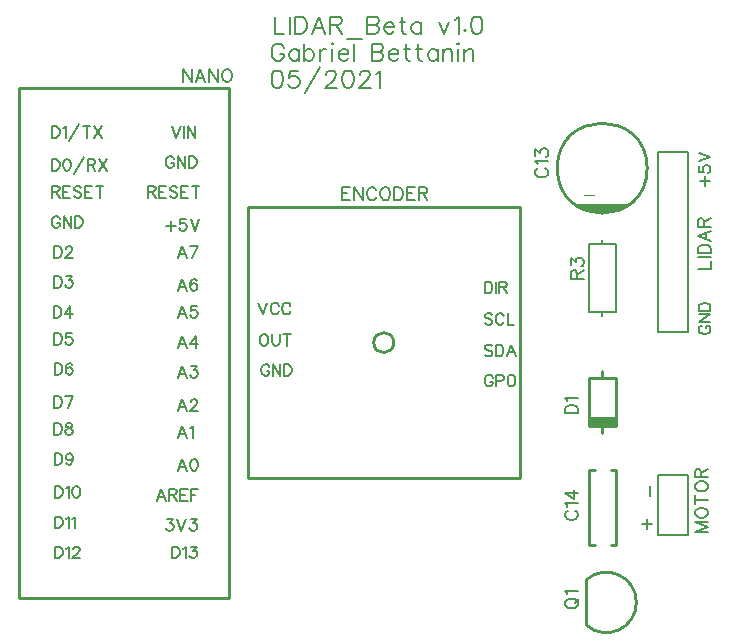
<source format=gto>
G04 Layer: TopSilkLayer*
G04 EasyEDA v6.4.19.5, 2021-05-28T08:08:18--3:00*
G04 c9b473d587b343d0a851897dfaf33f8f,59636247558045d2802cba280e4ac9d9,10*
G04 Gerber Generator version 0.2*
G04 Scale: 100 percent, Rotated: No, Reflected: No *
G04 Dimensions in millimeters *
G04 leading zeros omitted , absolute positions ,4 integer and 5 decimal *
%FSLAX45Y45*%
%MOMM*%

%ADD10C,0.2540*%
%ADD19C,0.2007*%
%ADD20C,0.1501*%
%ADD21C,0.2286*%
%ADD22C,0.2032*%
%ADD23C,0.2030*%
%ADD24C,0.1016*%

%LPD*%
D22*
X2091690Y5303786D02*
G01*
X2070861Y5296928D01*
X2056891Y5276100D01*
X2050034Y5241556D01*
X2050034Y5220728D01*
X2056891Y5185930D01*
X2070861Y5165356D01*
X2091690Y5158244D01*
X2105406Y5158244D01*
X2126234Y5165356D01*
X2139950Y5185930D01*
X2147061Y5220728D01*
X2147061Y5241556D01*
X2139950Y5276100D01*
X2126234Y5296928D01*
X2105406Y5303786D01*
X2091690Y5303786D01*
X2275840Y5303786D02*
G01*
X2206497Y5303786D01*
X2199640Y5241556D01*
X2206497Y5248414D01*
X2227325Y5255272D01*
X2248154Y5255272D01*
X2268981Y5248414D01*
X2282697Y5234444D01*
X2289809Y5213616D01*
X2289809Y5199900D01*
X2282697Y5179072D01*
X2268981Y5165356D01*
X2248154Y5158244D01*
X2227325Y5158244D01*
X2206497Y5165356D01*
X2199640Y5172214D01*
X2192781Y5185930D01*
X2459990Y5331472D02*
G01*
X2335529Y5109730D01*
X2512822Y5269242D02*
G01*
X2512822Y5276100D01*
X2519679Y5289816D01*
X2526538Y5296928D01*
X2540508Y5303786D01*
X2568193Y5303786D01*
X2581909Y5296928D01*
X2589022Y5289816D01*
X2595879Y5276100D01*
X2595879Y5262130D01*
X2589022Y5248414D01*
X2575052Y5227586D01*
X2505709Y5158244D01*
X2602738Y5158244D01*
X2690113Y5303786D02*
G01*
X2669286Y5296928D01*
X2655570Y5276100D01*
X2648458Y5241556D01*
X2648458Y5220728D01*
X2655570Y5185930D01*
X2669286Y5165356D01*
X2690113Y5158244D01*
X2703829Y5158244D01*
X2724658Y5165356D01*
X2738627Y5185930D01*
X2745486Y5220728D01*
X2745486Y5241556D01*
X2738627Y5276100D01*
X2724658Y5296928D01*
X2703829Y5303786D01*
X2690113Y5303786D01*
X2798063Y5269242D02*
G01*
X2798063Y5276100D01*
X2805175Y5289816D01*
X2812034Y5296928D01*
X2825750Y5303786D01*
X2853690Y5303786D01*
X2867406Y5296928D01*
X2874263Y5289816D01*
X2881375Y5276100D01*
X2881375Y5262130D01*
X2874263Y5248414D01*
X2860547Y5227586D01*
X2791206Y5158244D01*
X2888234Y5158244D01*
X2933954Y5276100D02*
G01*
X2947670Y5282958D01*
X2968497Y5303786D01*
X2968497Y5158244D01*
X2153886Y5497725D02*
G01*
X2147028Y5511695D01*
X2133058Y5525411D01*
X2119342Y5532269D01*
X2091656Y5532269D01*
X2077686Y5525411D01*
X2063970Y5511695D01*
X2056858Y5497725D01*
X2050000Y5476897D01*
X2050000Y5442353D01*
X2056858Y5421525D01*
X2063970Y5407809D01*
X2077686Y5393839D01*
X2091656Y5386981D01*
X2119342Y5386981D01*
X2133058Y5393839D01*
X2147028Y5407809D01*
X2153886Y5421525D01*
X2153886Y5442353D01*
X2119342Y5442353D02*
G01*
X2153886Y5442353D01*
X2282664Y5484009D02*
G01*
X2282664Y5386981D01*
X2282664Y5463181D02*
G01*
X2268948Y5476897D01*
X2254978Y5484009D01*
X2234150Y5484009D01*
X2220434Y5476897D01*
X2206464Y5463181D01*
X2199606Y5442353D01*
X2199606Y5428383D01*
X2206464Y5407809D01*
X2220434Y5393839D01*
X2234150Y5386981D01*
X2254978Y5386981D01*
X2268948Y5393839D01*
X2282664Y5407809D01*
X2328384Y5532269D02*
G01*
X2328384Y5386981D01*
X2328384Y5463181D02*
G01*
X2342354Y5476897D01*
X2356070Y5484009D01*
X2376898Y5484009D01*
X2390868Y5476897D01*
X2404584Y5463181D01*
X2411696Y5442353D01*
X2411696Y5428383D01*
X2404584Y5407809D01*
X2390868Y5393839D01*
X2376898Y5386981D01*
X2356070Y5386981D01*
X2342354Y5393839D01*
X2328384Y5407809D01*
X2457416Y5484009D02*
G01*
X2457416Y5386981D01*
X2457416Y5442353D02*
G01*
X2464274Y5463181D01*
X2477990Y5476897D01*
X2491960Y5484009D01*
X2512788Y5484009D01*
X2558508Y5532269D02*
G01*
X2565366Y5525411D01*
X2572224Y5532269D01*
X2565366Y5539381D01*
X2558508Y5532269D01*
X2565366Y5484009D02*
G01*
X2565366Y5386981D01*
X2617944Y5442353D02*
G01*
X2701256Y5442353D01*
X2701256Y5456069D01*
X2694144Y5470039D01*
X2687286Y5476897D01*
X2673570Y5484009D01*
X2652742Y5484009D01*
X2638772Y5476897D01*
X2625056Y5463181D01*
X2617944Y5442353D01*
X2617944Y5428383D01*
X2625056Y5407809D01*
X2638772Y5393839D01*
X2652742Y5386981D01*
X2673570Y5386981D01*
X2687286Y5393839D01*
X2701256Y5407809D01*
X2746976Y5532269D02*
G01*
X2746976Y5386981D01*
X2899376Y5532269D02*
G01*
X2899376Y5386981D01*
X2899376Y5532269D02*
G01*
X2961606Y5532269D01*
X2982434Y5525411D01*
X2989292Y5518553D01*
X2996150Y5504583D01*
X2996150Y5490867D01*
X2989292Y5476897D01*
X2982434Y5470039D01*
X2961606Y5463181D01*
X2899376Y5463181D02*
G01*
X2961606Y5463181D01*
X2982434Y5456069D01*
X2989292Y5449211D01*
X2996150Y5435495D01*
X2996150Y5414667D01*
X2989292Y5400697D01*
X2982434Y5393839D01*
X2961606Y5386981D01*
X2899376Y5386981D01*
X3041870Y5442353D02*
G01*
X3125182Y5442353D01*
X3125182Y5456069D01*
X3118070Y5470039D01*
X3111212Y5476897D01*
X3097496Y5484009D01*
X3076668Y5484009D01*
X3062698Y5476897D01*
X3048982Y5463181D01*
X3041870Y5442353D01*
X3041870Y5428383D01*
X3048982Y5407809D01*
X3062698Y5393839D01*
X3076668Y5386981D01*
X3097496Y5386981D01*
X3111212Y5393839D01*
X3125182Y5407809D01*
X3191730Y5532269D02*
G01*
X3191730Y5414667D01*
X3198588Y5393839D01*
X3212304Y5386981D01*
X3226274Y5386981D01*
X3170902Y5484009D02*
G01*
X3219416Y5484009D01*
X3292822Y5532269D02*
G01*
X3292822Y5414667D01*
X3299680Y5393839D01*
X3313650Y5386981D01*
X3327366Y5386981D01*
X3271994Y5484009D02*
G01*
X3320508Y5484009D01*
X3456144Y5484009D02*
G01*
X3456144Y5386981D01*
X3456144Y5463181D02*
G01*
X3442428Y5476897D01*
X3428458Y5484009D01*
X3407630Y5484009D01*
X3393914Y5476897D01*
X3379944Y5463181D01*
X3373086Y5442353D01*
X3373086Y5428383D01*
X3379944Y5407809D01*
X3393914Y5393839D01*
X3407630Y5386981D01*
X3428458Y5386981D01*
X3442428Y5393839D01*
X3456144Y5407809D01*
X3501864Y5484009D02*
G01*
X3501864Y5386981D01*
X3501864Y5456069D02*
G01*
X3522692Y5476897D01*
X3536662Y5484009D01*
X3557490Y5484009D01*
X3571206Y5476897D01*
X3578064Y5456069D01*
X3578064Y5386981D01*
X3623784Y5532269D02*
G01*
X3630896Y5525411D01*
X3637754Y5532269D01*
X3630896Y5539381D01*
X3623784Y5532269D01*
X3630896Y5484009D02*
G01*
X3630896Y5386981D01*
X3683474Y5484009D02*
G01*
X3683474Y5386981D01*
X3683474Y5456069D02*
G01*
X3704302Y5476897D01*
X3718018Y5484009D01*
X3738846Y5484009D01*
X3752816Y5476897D01*
X3759674Y5456069D01*
X3759674Y5386981D01*
X2075434Y5760986D02*
G01*
X2075434Y5615444D01*
X2075434Y5615444D02*
G01*
X2158491Y5615444D01*
X2204211Y5760986D02*
G01*
X2204211Y5615444D01*
X2249931Y5760986D02*
G01*
X2249931Y5615444D01*
X2249931Y5760986D02*
G01*
X2298445Y5760986D01*
X2319274Y5754128D01*
X2332990Y5740158D01*
X2340102Y5726442D01*
X2346959Y5705614D01*
X2346959Y5670816D01*
X2340102Y5650242D01*
X2332990Y5636272D01*
X2319274Y5622556D01*
X2298445Y5615444D01*
X2249931Y5615444D01*
X2448052Y5760986D02*
G01*
X2392679Y5615444D01*
X2448052Y5760986D02*
G01*
X2503424Y5615444D01*
X2413508Y5663958D02*
G01*
X2482850Y5663958D01*
X2549143Y5760986D02*
G01*
X2549143Y5615444D01*
X2549143Y5760986D02*
G01*
X2611627Y5760986D01*
X2632456Y5754128D01*
X2639313Y5747016D01*
X2646172Y5733300D01*
X2646172Y5719330D01*
X2639313Y5705614D01*
X2632456Y5698756D01*
X2611627Y5691644D01*
X2549143Y5691644D01*
X2597658Y5691644D02*
G01*
X2646172Y5615444D01*
X2691891Y5566930D02*
G01*
X2816606Y5566930D01*
X2862325Y5760986D02*
G01*
X2862325Y5615444D01*
X2862325Y5760986D02*
G01*
X2924809Y5760986D01*
X2945384Y5754128D01*
X2952495Y5747016D01*
X2959354Y5733300D01*
X2959354Y5719330D01*
X2952495Y5705614D01*
X2945384Y5698756D01*
X2924809Y5691644D01*
X2862325Y5691644D02*
G01*
X2924809Y5691644D01*
X2945384Y5684786D01*
X2952495Y5677928D01*
X2959354Y5663958D01*
X2959354Y5643130D01*
X2952495Y5629414D01*
X2945384Y5622556D01*
X2924809Y5615444D01*
X2862325Y5615444D01*
X3005074Y5670816D02*
G01*
X3088131Y5670816D01*
X3088131Y5684786D01*
X3081274Y5698756D01*
X3074415Y5705614D01*
X3060445Y5712472D01*
X3039618Y5712472D01*
X3025902Y5705614D01*
X3011931Y5691644D01*
X3005074Y5670816D01*
X3005074Y5657100D01*
X3011931Y5636272D01*
X3025902Y5622556D01*
X3039618Y5615444D01*
X3060445Y5615444D01*
X3074415Y5622556D01*
X3088131Y5636272D01*
X3154679Y5760986D02*
G01*
X3154679Y5643130D01*
X3161538Y5622556D01*
X3175508Y5615444D01*
X3189224Y5615444D01*
X3133852Y5712472D02*
G01*
X3182365Y5712472D01*
X3318256Y5712472D02*
G01*
X3318256Y5615444D01*
X3318256Y5691644D02*
G01*
X3304286Y5705614D01*
X3290570Y5712472D01*
X3269741Y5712472D01*
X3255772Y5705614D01*
X3242056Y5691644D01*
X3234943Y5670816D01*
X3234943Y5657100D01*
X3242056Y5636272D01*
X3255772Y5622556D01*
X3269741Y5615444D01*
X3290570Y5615444D01*
X3304286Y5622556D01*
X3318256Y5636272D01*
X3470656Y5712472D02*
G01*
X3512058Y5615444D01*
X3553713Y5712472D02*
G01*
X3512058Y5615444D01*
X3599434Y5733300D02*
G01*
X3613150Y5740158D01*
X3633977Y5760986D01*
X3633977Y5615444D01*
X3686809Y5650242D02*
G01*
X3679697Y5643130D01*
X3686809Y5636272D01*
X3693668Y5643130D01*
X3686809Y5650242D01*
X3780790Y5760986D02*
G01*
X3760215Y5754128D01*
X3746245Y5733300D01*
X3739388Y5698756D01*
X3739388Y5677928D01*
X3746245Y5643130D01*
X3760215Y5622556D01*
X3780790Y5615444D01*
X3794759Y5615444D01*
X3815588Y5622556D01*
X3829304Y5643130D01*
X3836415Y5677928D01*
X3836415Y5698756D01*
X3829304Y5733300D01*
X3815588Y5754128D01*
X3794759Y5760986D01*
X3780790Y5760986D01*
X5252874Y1699889D02*
G01*
X5252874Y1783201D01*
X5691543Y3144641D02*
G01*
X5682145Y3140069D01*
X5673001Y3130671D01*
X5668429Y3121527D01*
X5668429Y3102985D01*
X5673001Y3093841D01*
X5682145Y3084443D01*
X5691543Y3079871D01*
X5705259Y3075299D01*
X5728373Y3075299D01*
X5742343Y3079871D01*
X5751487Y3084443D01*
X5760631Y3093841D01*
X5765457Y3102985D01*
X5765457Y3121527D01*
X5760631Y3130671D01*
X5751487Y3140069D01*
X5742343Y3144641D01*
X5728373Y3144641D01*
X5728373Y3121527D02*
G01*
X5728373Y3144641D01*
X5668429Y3175121D02*
G01*
X5765457Y3175121D01*
X5668429Y3175121D02*
G01*
X5765457Y3239637D01*
X5668429Y3239637D02*
G01*
X5765457Y3239637D01*
X5668429Y3270117D02*
G01*
X5765457Y3270117D01*
X5668429Y3270117D02*
G01*
X5668429Y3302629D01*
X5673001Y3316345D01*
X5682145Y3325489D01*
X5691543Y3330315D01*
X5705259Y3334887D01*
X5728373Y3334887D01*
X5742343Y3330315D01*
X5751487Y3325489D01*
X5760631Y3316345D01*
X5765457Y3302629D01*
X5765457Y3270117D01*
X5185069Y1466883D02*
G01*
X5268381Y1466883D01*
X5226725Y1425227D02*
G01*
X5226725Y1508539D01*
X5682145Y4366955D02*
G01*
X5765457Y4366955D01*
X5723801Y4325299D02*
G01*
X5723801Y4408357D01*
X5668429Y4494209D02*
G01*
X5668429Y4448235D01*
X5709831Y4443409D01*
X5705259Y4448235D01*
X5700687Y4461951D01*
X5700687Y4475921D01*
X5705259Y4489637D01*
X5714657Y4499035D01*
X5728373Y4503607D01*
X5737771Y4503607D01*
X5751487Y4499035D01*
X5760631Y4489637D01*
X5765457Y4475921D01*
X5765457Y4461951D01*
X5760631Y4448235D01*
X5756059Y4443409D01*
X5746915Y4438837D01*
X5668429Y4534087D02*
G01*
X5765457Y4570917D01*
X5668429Y4608001D02*
G01*
X5765457Y4570917D01*
D23*
X5658462Y3625225D02*
G01*
X5767428Y3625225D01*
X5767428Y3625225D02*
G01*
X5767428Y3687709D01*
X5658462Y3721999D02*
G01*
X5767428Y3721999D01*
X5658462Y3756289D02*
G01*
X5767428Y3756289D01*
X5658462Y3756289D02*
G01*
X5658462Y3792611D01*
X5663542Y3808105D01*
X5673956Y3818519D01*
X5684370Y3823853D01*
X5699864Y3828933D01*
X5726026Y3828933D01*
X5741520Y3823853D01*
X5751934Y3818519D01*
X5762348Y3808105D01*
X5767428Y3792611D01*
X5767428Y3756289D01*
X5658462Y3904879D02*
G01*
X5767428Y3863223D01*
X5658462Y3904879D02*
G01*
X5767428Y3946535D01*
X5731106Y3878971D02*
G01*
X5731106Y3930787D01*
X5658462Y3980825D02*
G01*
X5767428Y3980825D01*
X5658462Y3980825D02*
G01*
X5658462Y4027561D01*
X5663542Y4043055D01*
X5668876Y4048135D01*
X5679290Y4053469D01*
X5689450Y4053469D01*
X5699864Y4048135D01*
X5705198Y4043055D01*
X5710278Y4027561D01*
X5710278Y3980825D01*
X5710278Y4017147D02*
G01*
X5767428Y4053469D01*
X5634525Y1399854D02*
G01*
X5743745Y1399854D01*
X5634525Y1399854D02*
G01*
X5743745Y1441510D01*
X5634525Y1483166D02*
G01*
X5743745Y1441510D01*
X5634525Y1483166D02*
G01*
X5743745Y1483166D01*
X5634525Y1548444D02*
G01*
X5639859Y1538284D01*
X5650273Y1527870D01*
X5660687Y1522536D01*
X5676181Y1517456D01*
X5702089Y1517456D01*
X5717837Y1522536D01*
X5727997Y1527870D01*
X5738411Y1538284D01*
X5743745Y1548444D01*
X5743745Y1569272D01*
X5738411Y1579686D01*
X5727997Y1590100D01*
X5717837Y1595434D01*
X5702089Y1600514D01*
X5676181Y1600514D01*
X5660687Y1595434D01*
X5650273Y1590100D01*
X5639859Y1579686D01*
X5634525Y1569272D01*
X5634525Y1548444D01*
X5634525Y1671126D02*
G01*
X5743745Y1671126D01*
X5634525Y1634804D02*
G01*
X5634525Y1707448D01*
X5634525Y1772980D02*
G01*
X5639859Y1762566D01*
X5650273Y1752152D01*
X5660687Y1747072D01*
X5676181Y1741738D01*
X5702089Y1741738D01*
X5717837Y1747072D01*
X5727997Y1752152D01*
X5738411Y1762566D01*
X5743745Y1772980D01*
X5743745Y1793808D01*
X5738411Y1804222D01*
X5727997Y1814636D01*
X5717837Y1819716D01*
X5702089Y1825050D01*
X5676181Y1825050D01*
X5660687Y1819716D01*
X5650273Y1814636D01*
X5639859Y1804222D01*
X5634525Y1793808D01*
X5634525Y1772980D01*
X5634525Y1859340D02*
G01*
X5743745Y1859340D01*
X5634525Y1859340D02*
G01*
X5634525Y1906076D01*
X5639859Y1921570D01*
X5644939Y1926904D01*
X5655353Y1931984D01*
X5665767Y1931984D01*
X5676181Y1926904D01*
X5681261Y1921570D01*
X5686595Y1906076D01*
X5686595Y1859340D01*
X5686595Y1895662D02*
G01*
X5743745Y1931984D01*
X4310540Y4477880D02*
G01*
X4300126Y4472800D01*
X4289966Y4462386D01*
X4284632Y4451972D01*
X4284632Y4431144D01*
X4289966Y4420730D01*
X4300126Y4410316D01*
X4310540Y4405236D01*
X4326288Y4399902D01*
X4352196Y4399902D01*
X4367690Y4405236D01*
X4378104Y4410316D01*
X4388518Y4420730D01*
X4393852Y4431144D01*
X4393852Y4451972D01*
X4388518Y4462386D01*
X4378104Y4472800D01*
X4367690Y4477880D01*
X4305460Y4512170D02*
G01*
X4300126Y4522584D01*
X4284632Y4538078D01*
X4393852Y4538078D01*
X4284632Y4582782D02*
G01*
X4284632Y4639932D01*
X4326288Y4608944D01*
X4326288Y4624438D01*
X4331368Y4634852D01*
X4336702Y4639932D01*
X4352196Y4645266D01*
X4362610Y4645266D01*
X4378104Y4639932D01*
X4388518Y4629518D01*
X4393852Y4614024D01*
X4393852Y4598530D01*
X4388518Y4582782D01*
X4383438Y4577702D01*
X4373024Y4572368D01*
D24*
X4697600Y4248401D02*
G01*
X4780658Y4248401D01*
D23*
X4560709Y1577954D02*
G01*
X4550295Y1572620D01*
X4539881Y1562460D01*
X4534547Y1552046D01*
X4534547Y1531218D01*
X4539881Y1520804D01*
X4550295Y1510390D01*
X4560709Y1505310D01*
X4576203Y1499976D01*
X4602111Y1499976D01*
X4617859Y1505310D01*
X4628273Y1510390D01*
X4638687Y1520804D01*
X4643767Y1531218D01*
X4643767Y1552046D01*
X4638687Y1562460D01*
X4628273Y1572620D01*
X4617859Y1577954D01*
X4555375Y1612244D02*
G01*
X4550295Y1622658D01*
X4534547Y1638152D01*
X4643767Y1638152D01*
X4534547Y1724512D02*
G01*
X4607445Y1672442D01*
X4607445Y1750420D01*
X4534547Y1724512D02*
G01*
X4643767Y1724512D01*
X4584283Y3538999D02*
G01*
X4693249Y3538999D01*
X4584283Y3538999D02*
G01*
X4584283Y3585735D01*
X4589363Y3601229D01*
X4594697Y3606563D01*
X4605111Y3611643D01*
X4615525Y3611643D01*
X4625939Y3606563D01*
X4631019Y3601229D01*
X4636099Y3585735D01*
X4636099Y3538999D01*
X4636099Y3575321D02*
G01*
X4693249Y3611643D01*
X4584283Y3656347D02*
G01*
X4584283Y3713497D01*
X4625939Y3682509D01*
X4625939Y3698003D01*
X4631019Y3708417D01*
X4636099Y3713497D01*
X4651847Y3718831D01*
X4662261Y3718831D01*
X4677755Y3713497D01*
X4688169Y3703083D01*
X4693249Y3687589D01*
X4693249Y3672095D01*
X4688169Y3656347D01*
X4683089Y3651267D01*
X4672675Y3645933D01*
X4534684Y2400000D02*
G01*
X4643650Y2400000D01*
X4534684Y2400000D02*
G01*
X4534684Y2436322D01*
X4539764Y2452070D01*
X4550178Y2462230D01*
X4560592Y2467564D01*
X4576340Y2472644D01*
X4602248Y2472644D01*
X4617742Y2467564D01*
X4628156Y2462230D01*
X4638570Y2452070D01*
X4643650Y2436322D01*
X4643650Y2400000D01*
X4555512Y2506934D02*
G01*
X4550178Y2517348D01*
X4534684Y2533096D01*
X4643650Y2533096D01*
X4534573Y781118D02*
G01*
X4539907Y770704D01*
X4550321Y760290D01*
X4560735Y755210D01*
X4576229Y749876D01*
X4602137Y749876D01*
X4617885Y755210D01*
X4628299Y760290D01*
X4638459Y770704D01*
X4643793Y781118D01*
X4643793Y801946D01*
X4638459Y812360D01*
X4628299Y822774D01*
X4617885Y827854D01*
X4602137Y833188D01*
X4576229Y833188D01*
X4560735Y827854D01*
X4550321Y822774D01*
X4539907Y812360D01*
X4534573Y801946D01*
X4534573Y781118D01*
X4622965Y796866D02*
G01*
X4654207Y827854D01*
X4555401Y867478D02*
G01*
X4550321Y877892D01*
X4534573Y893386D01*
X4643793Y893386D01*
X2649844Y4315353D02*
G01*
X2649844Y4206387D01*
X2649844Y4315353D02*
G01*
X2717408Y4315353D01*
X2649844Y4263537D02*
G01*
X2691500Y4263537D01*
X2649844Y4206387D02*
G01*
X2717408Y4206387D01*
X2751698Y4315353D02*
G01*
X2751698Y4206387D01*
X2751698Y4315353D02*
G01*
X2824596Y4206387D01*
X2824596Y4315353D02*
G01*
X2824596Y4206387D01*
X2936864Y4289445D02*
G01*
X2931530Y4299859D01*
X2921116Y4310273D01*
X2910702Y4315353D01*
X2889874Y4315353D01*
X2879714Y4310273D01*
X2869300Y4299859D01*
X2863966Y4289445D01*
X2858886Y4273697D01*
X2858886Y4247789D01*
X2863966Y4232295D01*
X2869300Y4221881D01*
X2879714Y4211467D01*
X2889874Y4206387D01*
X2910702Y4206387D01*
X2921116Y4211467D01*
X2931530Y4221881D01*
X2936864Y4232295D01*
X3002142Y4315353D02*
G01*
X2991728Y4310273D01*
X2981314Y4299859D01*
X2976234Y4289445D01*
X2971154Y4273697D01*
X2971154Y4247789D01*
X2976234Y4232295D01*
X2981314Y4221881D01*
X2991728Y4211467D01*
X3002142Y4206387D01*
X3022970Y4206387D01*
X3033384Y4211467D01*
X3043798Y4221881D01*
X3048878Y4232295D01*
X3054212Y4247789D01*
X3054212Y4273697D01*
X3048878Y4289445D01*
X3043798Y4299859D01*
X3033384Y4310273D01*
X3022970Y4315353D01*
X3002142Y4315353D01*
X3088502Y4315353D02*
G01*
X3088502Y4206387D01*
X3088502Y4315353D02*
G01*
X3124824Y4315353D01*
X3140318Y4310273D01*
X3150732Y4299859D01*
X3156066Y4289445D01*
X3161146Y4273697D01*
X3161146Y4247789D01*
X3156066Y4232295D01*
X3150732Y4221881D01*
X3140318Y4211467D01*
X3124824Y4206387D01*
X3088502Y4206387D01*
X3195436Y4315353D02*
G01*
X3195436Y4206387D01*
X3195436Y4315353D02*
G01*
X3263000Y4315353D01*
X3195436Y4263537D02*
G01*
X3237092Y4263537D01*
X3195436Y4206387D02*
G01*
X3263000Y4206387D01*
X3297290Y4315353D02*
G01*
X3297290Y4206387D01*
X3297290Y4315353D02*
G01*
X3344026Y4315353D01*
X3359774Y4310273D01*
X3364854Y4304939D01*
X3369934Y4294525D01*
X3369934Y4284111D01*
X3364854Y4273697D01*
X3359774Y4268617D01*
X3344026Y4263537D01*
X3297290Y4263537D01*
X3333612Y4263537D02*
G01*
X3369934Y4206387D01*
D22*
X1938898Y3336437D02*
G01*
X1975220Y3240933D01*
X2011542Y3336437D02*
G01*
X1975220Y3240933D01*
X2109840Y3313831D02*
G01*
X2105268Y3322975D01*
X2096124Y3331865D01*
X2086980Y3336437D01*
X2068946Y3336437D01*
X2059802Y3331865D01*
X2050658Y3322975D01*
X2046086Y3313831D01*
X2041514Y3300115D01*
X2041514Y3277509D01*
X2046086Y3263793D01*
X2050658Y3254649D01*
X2059802Y3245505D01*
X2068946Y3240933D01*
X2086980Y3240933D01*
X2096124Y3245505D01*
X2105268Y3254649D01*
X2109840Y3263793D01*
X2207884Y3313831D02*
G01*
X2203566Y3322975D01*
X2194422Y3331865D01*
X2185278Y3336437D01*
X2166990Y3336437D01*
X2158100Y3331865D01*
X2148956Y3322975D01*
X2144384Y3313831D01*
X2139812Y3300115D01*
X2139812Y3277509D01*
X2144384Y3263793D01*
X2148956Y3254649D01*
X2158100Y3245505D01*
X2166990Y3240933D01*
X2185278Y3240933D01*
X2194422Y3245505D01*
X2203566Y3254649D01*
X2207884Y3263793D01*
X2032370Y2793131D02*
G01*
X2028052Y2802275D01*
X2018908Y2811165D01*
X2009764Y2815737D01*
X1991476Y2815737D01*
X1982586Y2811165D01*
X1973442Y2802275D01*
X1968870Y2793131D01*
X1964298Y2779415D01*
X1964298Y2756809D01*
X1968870Y2743093D01*
X1973442Y2733949D01*
X1982586Y2724805D01*
X1991476Y2720233D01*
X2009764Y2720233D01*
X2018908Y2724805D01*
X2028052Y2733949D01*
X2032370Y2743093D01*
X2032370Y2756809D01*
X2009764Y2756809D02*
G01*
X2032370Y2756809D01*
X2062596Y2815737D02*
G01*
X2062596Y2720233D01*
X2062596Y2815737D02*
G01*
X2126096Y2720233D01*
X2126096Y2815737D02*
G01*
X2126096Y2720233D01*
X2156068Y2815737D02*
G01*
X2156068Y2720233D01*
X2156068Y2815737D02*
G01*
X2187818Y2815737D01*
X2201534Y2811165D01*
X2210678Y2802275D01*
X2215250Y2793131D01*
X2219822Y2779415D01*
X2219822Y2756809D01*
X2215250Y2743093D01*
X2210678Y2733949D01*
X2201534Y2724805D01*
X2187818Y2720233D01*
X2156068Y2720233D01*
X3920352Y2967375D02*
G01*
X3911208Y2976265D01*
X3897492Y2980837D01*
X3879204Y2980837D01*
X3865742Y2976265D01*
X3856598Y2967375D01*
X3856598Y2958231D01*
X3861170Y2949087D01*
X3865742Y2944515D01*
X3874886Y2939943D01*
X3902064Y2930799D01*
X3911208Y2926481D01*
X3915780Y2921909D01*
X3920352Y2912765D01*
X3920352Y2899049D01*
X3911208Y2889905D01*
X3897492Y2885333D01*
X3879204Y2885333D01*
X3865742Y2889905D01*
X3856598Y2899049D01*
X3950324Y2980837D02*
G01*
X3950324Y2885333D01*
X3950324Y2980837D02*
G01*
X3982074Y2980837D01*
X3995790Y2976265D01*
X4004680Y2967375D01*
X4009252Y2958231D01*
X4013824Y2944515D01*
X4013824Y2921909D01*
X4009252Y2908193D01*
X4004680Y2899049D01*
X3995790Y2889905D01*
X3982074Y2885333D01*
X3950324Y2885333D01*
X4080118Y2980837D02*
G01*
X4043796Y2885333D01*
X4080118Y2980837D02*
G01*
X4116694Y2885333D01*
X4057512Y2917337D02*
G01*
X4102978Y2917337D01*
X3920352Y3234075D02*
G01*
X3911208Y3242965D01*
X3897492Y3247537D01*
X3879204Y3247537D01*
X3865742Y3242965D01*
X3856598Y3234075D01*
X3856598Y3224931D01*
X3861170Y3215787D01*
X3865742Y3211215D01*
X3874886Y3206643D01*
X3902064Y3197499D01*
X3911208Y3193181D01*
X3915780Y3188609D01*
X3920352Y3179465D01*
X3920352Y3165749D01*
X3911208Y3156605D01*
X3897492Y3152033D01*
X3879204Y3152033D01*
X3865742Y3156605D01*
X3856598Y3165749D01*
X4018396Y3224931D02*
G01*
X4013824Y3234075D01*
X4004680Y3242965D01*
X3995790Y3247537D01*
X3977502Y3247537D01*
X3968358Y3242965D01*
X3959214Y3234075D01*
X3954896Y3224931D01*
X3950324Y3211215D01*
X3950324Y3188609D01*
X3954896Y3174893D01*
X3959214Y3165749D01*
X3968358Y3156605D01*
X3977502Y3152033D01*
X3995790Y3152033D01*
X4004680Y3156605D01*
X4013824Y3165749D01*
X4018396Y3174893D01*
X4048368Y3247537D02*
G01*
X4048368Y3152033D01*
X4048368Y3152033D02*
G01*
X4102978Y3152033D01*
X1978776Y3069737D02*
G01*
X1969886Y3065165D01*
X1960742Y3056275D01*
X1956170Y3047131D01*
X1951598Y3033415D01*
X1951598Y3010809D01*
X1956170Y2997093D01*
X1960742Y2987949D01*
X1969886Y2978805D01*
X1978776Y2974233D01*
X1997064Y2974233D01*
X2006208Y2978805D01*
X2015352Y2987949D01*
X2019670Y2997093D01*
X2024242Y3010809D01*
X2024242Y3033415D01*
X2019670Y3047131D01*
X2015352Y3056275D01*
X2006208Y3065165D01*
X1997064Y3069737D01*
X1978776Y3069737D01*
X2054214Y3069737D02*
G01*
X2054214Y3001665D01*
X2058786Y2987949D01*
X2067930Y2978805D01*
X2081646Y2974233D01*
X2090790Y2974233D01*
X2104252Y2978805D01*
X2113396Y2987949D01*
X2117968Y3001665D01*
X2117968Y3069737D01*
X2179690Y3069737D02*
G01*
X2179690Y2974233D01*
X2147940Y3069737D02*
G01*
X2211694Y3069737D01*
X3924670Y2704231D02*
G01*
X3920352Y2713375D01*
X3911208Y2722265D01*
X3902064Y2726837D01*
X3883776Y2726837D01*
X3874886Y2722265D01*
X3865742Y2713375D01*
X3861170Y2704231D01*
X3856598Y2690515D01*
X3856598Y2667909D01*
X3861170Y2654193D01*
X3865742Y2645049D01*
X3874886Y2635905D01*
X3883776Y2631333D01*
X3902064Y2631333D01*
X3911208Y2635905D01*
X3920352Y2645049D01*
X3924670Y2654193D01*
X3924670Y2667909D01*
X3902064Y2667909D02*
G01*
X3924670Y2667909D01*
X3954896Y2726837D02*
G01*
X3954896Y2631333D01*
X3954896Y2726837D02*
G01*
X3995790Y2726837D01*
X4009252Y2722265D01*
X4013824Y2717693D01*
X4018396Y2708803D01*
X4018396Y2695087D01*
X4013824Y2685943D01*
X4009252Y2681371D01*
X3995790Y2676799D01*
X3954896Y2676799D01*
X4075800Y2726837D02*
G01*
X4062084Y2722265D01*
X4052940Y2708803D01*
X4048368Y2685943D01*
X4048368Y2672481D01*
X4052940Y2649621D01*
X4062084Y2635905D01*
X4075800Y2631333D01*
X4084690Y2631333D01*
X4098406Y2635905D01*
X4107550Y2649621D01*
X4112122Y2672481D01*
X4112122Y2685943D01*
X4107550Y2708803D01*
X4098406Y2722265D01*
X4084690Y2726837D01*
X4075800Y2726837D01*
X3856598Y3514237D02*
G01*
X3856598Y3418733D01*
X3856598Y3514237D02*
G01*
X3888348Y3514237D01*
X3902064Y3509665D01*
X3911208Y3500775D01*
X3915780Y3491631D01*
X3920352Y3477915D01*
X3920352Y3455309D01*
X3915780Y3441593D01*
X3911208Y3432449D01*
X3902064Y3423305D01*
X3888348Y3418733D01*
X3856598Y3418733D01*
X3950324Y3514237D02*
G01*
X3950324Y3418733D01*
X3980296Y3514237D02*
G01*
X3980296Y3418733D01*
X3980296Y3514237D02*
G01*
X4021190Y3514237D01*
X4034906Y3509665D01*
X4039224Y3505093D01*
X4043796Y3496203D01*
X4043796Y3487059D01*
X4039224Y3477915D01*
X4034906Y3473343D01*
X4021190Y3468771D01*
X3980296Y3468771D01*
X4012046Y3468771D02*
G01*
X4043796Y3418733D01*
D23*
X1300104Y5315323D02*
G01*
X1300104Y5206357D01*
X1300104Y5315323D02*
G01*
X1372748Y5206357D01*
X1372748Y5315323D02*
G01*
X1372748Y5206357D01*
X1448694Y5315323D02*
G01*
X1407038Y5206357D01*
X1448694Y5315323D02*
G01*
X1490096Y5206357D01*
X1422532Y5242679D02*
G01*
X1474602Y5242679D01*
X1524386Y5315323D02*
G01*
X1524386Y5206357D01*
X1524386Y5315323D02*
G01*
X1597284Y5206357D01*
X1597284Y5315323D02*
G01*
X1597284Y5206357D01*
X1662562Y5315323D02*
G01*
X1652148Y5310243D01*
X1641988Y5299829D01*
X1636654Y5289415D01*
X1631574Y5273667D01*
X1631574Y5247759D01*
X1636654Y5232265D01*
X1641988Y5221851D01*
X1652148Y5211437D01*
X1662562Y5206357D01*
X1683390Y5206357D01*
X1693804Y5211437D01*
X1704218Y5221851D01*
X1709298Y5232265D01*
X1714632Y5247759D01*
X1714632Y5273667D01*
X1709298Y5289415D01*
X1704218Y5299829D01*
X1693804Y5310243D01*
X1683390Y5315323D01*
X1662562Y5315323D01*
D22*
X190400Y4833371D02*
G01*
X190400Y4736343D01*
X190400Y4833371D02*
G01*
X222658Y4833371D01*
X236628Y4828799D01*
X245772Y4819655D01*
X250344Y4810257D01*
X255170Y4796541D01*
X255170Y4773427D01*
X250344Y4759457D01*
X245772Y4750313D01*
X236628Y4741169D01*
X222658Y4736343D01*
X190400Y4736343D01*
X285650Y4814829D02*
G01*
X294794Y4819655D01*
X308510Y4833371D01*
X308510Y4736343D01*
X422302Y4851913D02*
G01*
X338990Y4704085D01*
X485040Y4833371D02*
G01*
X485040Y4736343D01*
X452782Y4833371D02*
G01*
X517298Y4833371D01*
X547778Y4833371D02*
G01*
X612548Y4736343D01*
X612548Y4833371D02*
G01*
X547778Y4736343D01*
X1224942Y4556257D02*
G01*
X1220370Y4565655D01*
X1210972Y4574799D01*
X1201828Y4579371D01*
X1183286Y4579371D01*
X1174142Y4574799D01*
X1164744Y4565655D01*
X1160172Y4556257D01*
X1155600Y4542541D01*
X1155600Y4519427D01*
X1160172Y4505457D01*
X1164744Y4496313D01*
X1174142Y4487169D01*
X1183286Y4482343D01*
X1201828Y4482343D01*
X1210972Y4487169D01*
X1220370Y4496313D01*
X1224942Y4505457D01*
X1224942Y4519427D01*
X1201828Y4519427D02*
G01*
X1224942Y4519427D01*
X1255422Y4579371D02*
G01*
X1255422Y4482343D01*
X1255422Y4579371D02*
G01*
X1319938Y4482343D01*
X1319938Y4579371D02*
G01*
X1319938Y4482343D01*
X1350418Y4579371D02*
G01*
X1350418Y4482343D01*
X1350418Y4579371D02*
G01*
X1382930Y4579371D01*
X1396646Y4574799D01*
X1405790Y4565655D01*
X1410616Y4556257D01*
X1415188Y4542541D01*
X1415188Y4519427D01*
X1410616Y4505457D01*
X1405790Y4496313D01*
X1396646Y4487169D01*
X1382930Y4482343D01*
X1350418Y4482343D01*
X1197256Y4032255D02*
G01*
X1197256Y3948943D01*
X1155600Y3990599D02*
G01*
X1238658Y3990599D01*
X1324510Y4045971D02*
G01*
X1278536Y4045971D01*
X1273710Y4004569D01*
X1278536Y4009141D01*
X1292252Y4013713D01*
X1306222Y4013713D01*
X1319938Y4009141D01*
X1329336Y3999743D01*
X1333908Y3986027D01*
X1333908Y3976629D01*
X1329336Y3962913D01*
X1319938Y3953769D01*
X1306222Y3948943D01*
X1292252Y3948943D01*
X1278536Y3953769D01*
X1273710Y3958341D01*
X1269138Y3967485D01*
X1364388Y4045971D02*
G01*
X1401218Y3948943D01*
X1438302Y4045971D02*
G01*
X1401218Y3948943D01*
X215800Y1273815D02*
G01*
X215800Y1176787D01*
X215800Y1273815D02*
G01*
X248058Y1273815D01*
X262028Y1268989D01*
X271172Y1259845D01*
X275744Y1250701D01*
X280570Y1236731D01*
X280570Y1213617D01*
X275744Y1199901D01*
X271172Y1190503D01*
X262028Y1181359D01*
X248058Y1176787D01*
X215800Y1176787D01*
X311050Y1255273D02*
G01*
X320194Y1259845D01*
X333910Y1273815D01*
X333910Y1176787D01*
X369216Y1250701D02*
G01*
X369216Y1255273D01*
X373788Y1264417D01*
X378360Y1268989D01*
X387504Y1273815D01*
X406046Y1273815D01*
X415190Y1268989D01*
X420016Y1264417D01*
X424588Y1255273D01*
X424588Y1246129D01*
X420016Y1236731D01*
X410618Y1223015D01*
X364390Y1176787D01*
X429160Y1176787D01*
X1206400Y4833371D02*
G01*
X1243230Y4736343D01*
X1280314Y4833371D02*
G01*
X1243230Y4736343D01*
X1310794Y4833371D02*
G01*
X1310794Y4736343D01*
X1341274Y4833371D02*
G01*
X1341274Y4736343D01*
X1341274Y4833371D02*
G01*
X1405790Y4736343D01*
X1405790Y4833371D02*
G01*
X1405790Y4736343D01*
X1206400Y1273815D02*
G01*
X1206400Y1176787D01*
X1206400Y1273815D02*
G01*
X1238658Y1273815D01*
X1252628Y1268989D01*
X1261772Y1259845D01*
X1266344Y1250701D01*
X1271170Y1236731D01*
X1271170Y1213617D01*
X1266344Y1199901D01*
X1261772Y1190503D01*
X1252628Y1181359D01*
X1238658Y1176787D01*
X1206400Y1176787D01*
X1301650Y1255273D02*
G01*
X1310794Y1259845D01*
X1324510Y1273815D01*
X1324510Y1176787D01*
X1364388Y1273815D02*
G01*
X1415188Y1273815D01*
X1387502Y1236731D01*
X1401218Y1236731D01*
X1410616Y1232159D01*
X1415188Y1227587D01*
X1419760Y1213617D01*
X1419760Y1204473D01*
X1415188Y1190503D01*
X1405790Y1181359D01*
X1392074Y1176787D01*
X1378104Y1176787D01*
X1364388Y1181359D01*
X1359816Y1185931D01*
X1354990Y1195329D01*
X259742Y4048257D02*
G01*
X255170Y4057655D01*
X245772Y4066799D01*
X236628Y4071371D01*
X218086Y4071371D01*
X208942Y4066799D01*
X199544Y4057655D01*
X194972Y4048257D01*
X190400Y4034541D01*
X190400Y4011427D01*
X194972Y3997457D01*
X199544Y3988313D01*
X208942Y3979169D01*
X218086Y3974343D01*
X236628Y3974343D01*
X245772Y3979169D01*
X255170Y3988313D01*
X259742Y3997457D01*
X259742Y4011427D01*
X236628Y4011427D02*
G01*
X259742Y4011427D01*
X290222Y4071371D02*
G01*
X290222Y3974343D01*
X290222Y4071371D02*
G01*
X354738Y3974343D01*
X354738Y4071371D02*
G01*
X354738Y3974343D01*
X385218Y4071371D02*
G01*
X385218Y3974343D01*
X385218Y4071371D02*
G01*
X417730Y4071371D01*
X431446Y4066799D01*
X440590Y4057655D01*
X445416Y4048257D01*
X449988Y4034541D01*
X449988Y4011427D01*
X445416Y3997457D01*
X440590Y3988313D01*
X431446Y3979169D01*
X417730Y3974343D01*
X385218Y3974343D01*
X190400Y4553971D02*
G01*
X190400Y4456943D01*
X190400Y4553971D02*
G01*
X222658Y4553971D01*
X236628Y4549399D01*
X245772Y4540255D01*
X250344Y4530857D01*
X255170Y4517141D01*
X255170Y4494027D01*
X250344Y4480057D01*
X245772Y4470913D01*
X236628Y4461769D01*
X222658Y4456943D01*
X190400Y4456943D01*
X313336Y4553971D02*
G01*
X299366Y4549399D01*
X290222Y4535429D01*
X285650Y4512569D01*
X285650Y4498599D01*
X290222Y4475485D01*
X299366Y4461769D01*
X313336Y4456943D01*
X322480Y4456943D01*
X336450Y4461769D01*
X345594Y4475485D01*
X350166Y4498599D01*
X350166Y4512569D01*
X345594Y4535429D01*
X336450Y4549399D01*
X322480Y4553971D01*
X313336Y4553971D01*
X463704Y4572513D02*
G01*
X380646Y4424685D01*
X494184Y4553971D02*
G01*
X494184Y4456943D01*
X494184Y4553971D02*
G01*
X535840Y4553971D01*
X549810Y4549399D01*
X554382Y4544827D01*
X558954Y4535429D01*
X558954Y4526285D01*
X554382Y4517141D01*
X549810Y4512569D01*
X535840Y4507743D01*
X494184Y4507743D01*
X526696Y4507743D02*
G01*
X558954Y4456943D01*
X589434Y4553971D02*
G01*
X653950Y4456943D01*
X653950Y4553971D02*
G01*
X589434Y4456943D01*
X190400Y4325371D02*
G01*
X190400Y4228343D01*
X190400Y4325371D02*
G01*
X232056Y4325371D01*
X245772Y4320799D01*
X250344Y4316227D01*
X255170Y4306829D01*
X255170Y4297685D01*
X250344Y4288541D01*
X245772Y4283969D01*
X232056Y4279143D01*
X190400Y4279143D01*
X222658Y4279143D02*
G01*
X255170Y4228343D01*
X285650Y4325371D02*
G01*
X285650Y4228343D01*
X285650Y4325371D02*
G01*
X345594Y4325371D01*
X285650Y4279143D02*
G01*
X322480Y4279143D01*
X285650Y4228343D02*
G01*
X345594Y4228343D01*
X440590Y4311655D02*
G01*
X431446Y4320799D01*
X417730Y4325371D01*
X399188Y4325371D01*
X385218Y4320799D01*
X376074Y4311655D01*
X376074Y4302257D01*
X380646Y4293113D01*
X385218Y4288541D01*
X394616Y4283969D01*
X422302Y4274571D01*
X431446Y4269999D01*
X436018Y4265427D01*
X440590Y4256029D01*
X440590Y4242313D01*
X431446Y4233169D01*
X417730Y4228343D01*
X399188Y4228343D01*
X385218Y4233169D01*
X376074Y4242313D01*
X471070Y4325371D02*
G01*
X471070Y4228343D01*
X471070Y4325371D02*
G01*
X531268Y4325371D01*
X471070Y4279143D02*
G01*
X508154Y4279143D01*
X471070Y4228343D02*
G01*
X531268Y4228343D01*
X594006Y4325371D02*
G01*
X594006Y4228343D01*
X561748Y4325371D02*
G01*
X626264Y4325371D01*
X209450Y3817371D02*
G01*
X209450Y3720343D01*
X209450Y3817371D02*
G01*
X241708Y3817371D01*
X255678Y3812799D01*
X264822Y3803655D01*
X269394Y3794257D01*
X274220Y3780541D01*
X274220Y3757427D01*
X269394Y3743457D01*
X264822Y3734313D01*
X255678Y3725169D01*
X241708Y3720343D01*
X209450Y3720343D01*
X309272Y3794257D02*
G01*
X309272Y3798829D01*
X313844Y3808227D01*
X318416Y3812799D01*
X327560Y3817371D01*
X346102Y3817371D01*
X355500Y3812799D01*
X360072Y3808227D01*
X364644Y3798829D01*
X364644Y3789685D01*
X360072Y3780541D01*
X350674Y3766571D01*
X304700Y3720343D01*
X369216Y3720343D01*
X209450Y3563371D02*
G01*
X209450Y3466343D01*
X209450Y3563371D02*
G01*
X241708Y3563371D01*
X255678Y3558799D01*
X264822Y3549655D01*
X269394Y3540257D01*
X274220Y3526541D01*
X274220Y3503427D01*
X269394Y3489457D01*
X264822Y3480313D01*
X255678Y3471169D01*
X241708Y3466343D01*
X209450Y3466343D01*
X313844Y3563371D02*
G01*
X364644Y3563371D01*
X336958Y3526541D01*
X350674Y3526541D01*
X360072Y3521969D01*
X364644Y3517143D01*
X369216Y3503427D01*
X369216Y3494029D01*
X364644Y3480313D01*
X355500Y3471169D01*
X341530Y3466343D01*
X327560Y3466343D01*
X313844Y3471169D01*
X309272Y3475741D01*
X304700Y3484885D01*
X204878Y3309371D02*
G01*
X204878Y3212343D01*
X204878Y3309371D02*
G01*
X237136Y3309371D01*
X251106Y3304799D01*
X260250Y3295655D01*
X264822Y3286257D01*
X269648Y3272541D01*
X269648Y3249427D01*
X264822Y3235457D01*
X260250Y3226313D01*
X251106Y3217169D01*
X237136Y3212343D01*
X204878Y3212343D01*
X346102Y3309371D02*
G01*
X300128Y3244855D01*
X369216Y3244855D01*
X346102Y3309371D02*
G01*
X346102Y3212343D01*
X209450Y3080771D02*
G01*
X209450Y2983743D01*
X209450Y3080771D02*
G01*
X241708Y3080771D01*
X255678Y3076199D01*
X264822Y3067055D01*
X269394Y3057657D01*
X274220Y3043941D01*
X274220Y3020827D01*
X269394Y3006857D01*
X264822Y2997713D01*
X255678Y2988569D01*
X241708Y2983743D01*
X209450Y2983743D01*
X360072Y3080771D02*
G01*
X313844Y3080771D01*
X309272Y3039369D01*
X313844Y3043941D01*
X327560Y3048513D01*
X341530Y3048513D01*
X355500Y3043941D01*
X364644Y3034543D01*
X369216Y3020827D01*
X369216Y3011429D01*
X364644Y2997713D01*
X355500Y2988569D01*
X341530Y2983743D01*
X327560Y2983743D01*
X313844Y2988569D01*
X309272Y2993141D01*
X304700Y3002285D01*
X214022Y2826771D02*
G01*
X214022Y2729743D01*
X214022Y2826771D02*
G01*
X246280Y2826771D01*
X260250Y2822199D01*
X269394Y2813055D01*
X273966Y2803657D01*
X278792Y2789941D01*
X278792Y2766827D01*
X273966Y2752857D01*
X269394Y2743713D01*
X260250Y2734569D01*
X246280Y2729743D01*
X214022Y2729743D01*
X364644Y2813055D02*
G01*
X360072Y2822199D01*
X346102Y2826771D01*
X336958Y2826771D01*
X322988Y2822199D01*
X313844Y2808229D01*
X309272Y2785369D01*
X309272Y2762255D01*
X313844Y2743713D01*
X322988Y2734569D01*
X336958Y2729743D01*
X341530Y2729743D01*
X355246Y2734569D01*
X364644Y2743713D01*
X369216Y2757429D01*
X369216Y2762255D01*
X364644Y2775971D01*
X355246Y2785369D01*
X341530Y2789941D01*
X336958Y2789941D01*
X322988Y2785369D01*
X313844Y2775971D01*
X309272Y2762255D01*
X209450Y2547371D02*
G01*
X209450Y2450343D01*
X209450Y2547371D02*
G01*
X241708Y2547371D01*
X255678Y2542799D01*
X264822Y2533655D01*
X269394Y2524257D01*
X274220Y2510541D01*
X274220Y2487427D01*
X269394Y2473457D01*
X264822Y2464313D01*
X255678Y2455169D01*
X241708Y2450343D01*
X209450Y2450343D01*
X369216Y2547371D02*
G01*
X322988Y2450343D01*
X304700Y2547371D02*
G01*
X369216Y2547371D01*
X209450Y2318771D02*
G01*
X209450Y2221743D01*
X209450Y2318771D02*
G01*
X241708Y2318771D01*
X255678Y2314199D01*
X264822Y2305055D01*
X269394Y2295657D01*
X274220Y2281941D01*
X274220Y2258827D01*
X269394Y2244857D01*
X264822Y2235713D01*
X255678Y2226569D01*
X241708Y2221743D01*
X209450Y2221743D01*
X327560Y2318771D02*
G01*
X313844Y2314199D01*
X309272Y2305055D01*
X309272Y2295657D01*
X313844Y2286513D01*
X322988Y2281941D01*
X341530Y2277369D01*
X355500Y2272543D01*
X364644Y2263399D01*
X369216Y2254255D01*
X369216Y2240285D01*
X364644Y2231141D01*
X360072Y2226569D01*
X346102Y2221743D01*
X327560Y2221743D01*
X313844Y2226569D01*
X309272Y2231141D01*
X304700Y2240285D01*
X304700Y2254255D01*
X309272Y2263399D01*
X318416Y2272543D01*
X332386Y2277369D01*
X350674Y2281941D01*
X360072Y2286513D01*
X364644Y2295657D01*
X364644Y2305055D01*
X360072Y2314199D01*
X346102Y2318771D01*
X327560Y2318771D01*
X214022Y2064771D02*
G01*
X214022Y1967743D01*
X214022Y2064771D02*
G01*
X246280Y2064771D01*
X260250Y2060199D01*
X269394Y2051055D01*
X273966Y2041657D01*
X278792Y2027941D01*
X278792Y2004827D01*
X273966Y1990857D01*
X269394Y1981713D01*
X260250Y1972569D01*
X246280Y1967743D01*
X214022Y1967743D01*
X369216Y2032513D02*
G01*
X364644Y2018543D01*
X355246Y2009399D01*
X341530Y2004827D01*
X336958Y2004827D01*
X322988Y2009399D01*
X313844Y2018543D01*
X309272Y2032513D01*
X309272Y2037085D01*
X313844Y2051055D01*
X322988Y2060199D01*
X336958Y2064771D01*
X341530Y2064771D01*
X355246Y2060199D01*
X364644Y2051055D01*
X369216Y2032513D01*
X369216Y2009399D01*
X364644Y1986285D01*
X355246Y1972569D01*
X341530Y1967743D01*
X332132Y1967743D01*
X318416Y1972569D01*
X313844Y1981713D01*
X215800Y1785371D02*
G01*
X215800Y1688343D01*
X215800Y1785371D02*
G01*
X248058Y1785371D01*
X262028Y1780799D01*
X271172Y1771655D01*
X275744Y1762257D01*
X280570Y1748541D01*
X280570Y1725427D01*
X275744Y1711457D01*
X271172Y1702313D01*
X262028Y1693169D01*
X248058Y1688343D01*
X215800Y1688343D01*
X311050Y1766829D02*
G01*
X320194Y1771655D01*
X333910Y1785371D01*
X333910Y1688343D01*
X392330Y1785371D02*
G01*
X378360Y1780799D01*
X369216Y1766829D01*
X364390Y1743969D01*
X364390Y1729999D01*
X369216Y1706885D01*
X378360Y1693169D01*
X392330Y1688343D01*
X401474Y1688343D01*
X415190Y1693169D01*
X424588Y1706885D01*
X429160Y1729999D01*
X429160Y1743969D01*
X424588Y1766829D01*
X415190Y1780799D01*
X401474Y1785371D01*
X392330Y1785371D01*
X215800Y1527815D02*
G01*
X215800Y1430787D01*
X215800Y1527815D02*
G01*
X248058Y1527815D01*
X262028Y1522989D01*
X271172Y1513845D01*
X275744Y1504701D01*
X280570Y1490731D01*
X280570Y1467617D01*
X275744Y1453901D01*
X271172Y1444503D01*
X262028Y1435359D01*
X248058Y1430787D01*
X215800Y1430787D01*
X311050Y1509273D02*
G01*
X320194Y1513845D01*
X333910Y1527815D01*
X333910Y1430787D01*
X364390Y1509273D02*
G01*
X373788Y1513845D01*
X387504Y1527815D01*
X387504Y1430787D01*
X1164744Y1505971D02*
G01*
X1215544Y1505971D01*
X1187858Y1469141D01*
X1201828Y1469141D01*
X1210972Y1464569D01*
X1215544Y1459743D01*
X1220370Y1446027D01*
X1220370Y1436629D01*
X1215544Y1422913D01*
X1206400Y1413769D01*
X1192430Y1408943D01*
X1178714Y1408943D01*
X1164744Y1413769D01*
X1160172Y1418341D01*
X1155600Y1427485D01*
X1250850Y1505971D02*
G01*
X1287680Y1408943D01*
X1324510Y1505971D02*
G01*
X1287680Y1408943D01*
X1364388Y1505971D02*
G01*
X1415188Y1505971D01*
X1387502Y1469141D01*
X1401218Y1469141D01*
X1410616Y1464569D01*
X1415188Y1459743D01*
X1419760Y1446027D01*
X1419760Y1436629D01*
X1415188Y1422913D01*
X1405790Y1413769D01*
X1392074Y1408943D01*
X1378104Y1408943D01*
X1364388Y1413769D01*
X1359816Y1418341D01*
X1354990Y1427485D01*
X1116230Y1759971D02*
G01*
X1079400Y1662943D01*
X1116230Y1759971D02*
G01*
X1153314Y1662943D01*
X1093370Y1695455D02*
G01*
X1139344Y1695455D01*
X1183794Y1759971D02*
G01*
X1183794Y1662943D01*
X1183794Y1759971D02*
G01*
X1225450Y1759971D01*
X1239166Y1755399D01*
X1243738Y1750827D01*
X1248310Y1741429D01*
X1248310Y1732285D01*
X1243738Y1723141D01*
X1239166Y1718569D01*
X1225450Y1713743D01*
X1183794Y1713743D01*
X1216052Y1713743D02*
G01*
X1248310Y1662943D01*
X1278790Y1759971D02*
G01*
X1278790Y1662943D01*
X1278790Y1759971D02*
G01*
X1338988Y1759971D01*
X1278790Y1713743D02*
G01*
X1315874Y1713743D01*
X1278790Y1662943D02*
G01*
X1338988Y1662943D01*
X1369468Y1759971D02*
G01*
X1369468Y1662943D01*
X1369468Y1759971D02*
G01*
X1429412Y1759971D01*
X1369468Y1713743D02*
G01*
X1406298Y1713743D01*
X1294030Y2013971D02*
G01*
X1257200Y1916943D01*
X1294030Y2013971D02*
G01*
X1331114Y1916943D01*
X1271170Y1949455D02*
G01*
X1317144Y1949455D01*
X1389280Y2013971D02*
G01*
X1375310Y2009399D01*
X1366166Y1995429D01*
X1361594Y1972569D01*
X1361594Y1958599D01*
X1366166Y1935485D01*
X1375310Y1921769D01*
X1389280Y1916943D01*
X1398424Y1916943D01*
X1412394Y1921769D01*
X1421538Y1935485D01*
X1426110Y1958599D01*
X1426110Y1972569D01*
X1421538Y1995429D01*
X1412394Y2009399D01*
X1398424Y2013971D01*
X1389280Y2013971D01*
X1294030Y2293371D02*
G01*
X1257200Y2196343D01*
X1294030Y2293371D02*
G01*
X1331114Y2196343D01*
X1271170Y2228855D02*
G01*
X1317144Y2228855D01*
X1361594Y2274829D02*
G01*
X1370738Y2279655D01*
X1384708Y2293371D01*
X1384708Y2196343D01*
X1294030Y2521971D02*
G01*
X1257200Y2424943D01*
X1294030Y2521971D02*
G01*
X1331114Y2424943D01*
X1271170Y2457455D02*
G01*
X1317144Y2457455D01*
X1366166Y2498857D02*
G01*
X1366166Y2503429D01*
X1370738Y2512827D01*
X1375310Y2517399D01*
X1384708Y2521971D01*
X1403250Y2521971D01*
X1412394Y2517399D01*
X1416966Y2512827D01*
X1421538Y2503429D01*
X1421538Y2494285D01*
X1416966Y2485141D01*
X1407822Y2471171D01*
X1361594Y2424943D01*
X1426110Y2424943D01*
X1294030Y2801371D02*
G01*
X1257200Y2704343D01*
X1294030Y2801371D02*
G01*
X1331114Y2704343D01*
X1271170Y2736855D02*
G01*
X1317144Y2736855D01*
X1370738Y2801371D02*
G01*
X1421538Y2801371D01*
X1393852Y2764541D01*
X1407822Y2764541D01*
X1416966Y2759969D01*
X1421538Y2755143D01*
X1426110Y2741427D01*
X1426110Y2732029D01*
X1421538Y2718313D01*
X1412394Y2709169D01*
X1398424Y2704343D01*
X1384708Y2704343D01*
X1370738Y2709169D01*
X1366166Y2713741D01*
X1361594Y2722885D01*
X1294030Y3055371D02*
G01*
X1257200Y2958343D01*
X1294030Y3055371D02*
G01*
X1331114Y2958343D01*
X1271170Y2990855D02*
G01*
X1317144Y2990855D01*
X1407822Y3055371D02*
G01*
X1361594Y2990855D01*
X1430936Y2990855D01*
X1407822Y3055371D02*
G01*
X1407822Y2958343D01*
X1294030Y3309371D02*
G01*
X1257200Y3212343D01*
X1294030Y3309371D02*
G01*
X1331114Y3212343D01*
X1271170Y3244855D02*
G01*
X1317144Y3244855D01*
X1416966Y3309371D02*
G01*
X1370738Y3309371D01*
X1366166Y3267969D01*
X1370738Y3272541D01*
X1384708Y3277113D01*
X1398424Y3277113D01*
X1412394Y3272541D01*
X1421538Y3263143D01*
X1426110Y3249427D01*
X1426110Y3240029D01*
X1421538Y3226313D01*
X1412394Y3217169D01*
X1398424Y3212343D01*
X1384708Y3212343D01*
X1370738Y3217169D01*
X1366166Y3221741D01*
X1361594Y3230885D01*
X1294030Y3537971D02*
G01*
X1257200Y3440943D01*
X1294030Y3537971D02*
G01*
X1331114Y3440943D01*
X1271170Y3473455D02*
G01*
X1317144Y3473455D01*
X1416966Y3524255D02*
G01*
X1412394Y3533399D01*
X1398424Y3537971D01*
X1389280Y3537971D01*
X1375310Y3533399D01*
X1366166Y3519429D01*
X1361594Y3496569D01*
X1361594Y3473455D01*
X1366166Y3454913D01*
X1375310Y3445769D01*
X1389280Y3440943D01*
X1393852Y3440943D01*
X1407822Y3445769D01*
X1416966Y3454913D01*
X1421538Y3468629D01*
X1421538Y3473455D01*
X1416966Y3487171D01*
X1407822Y3496569D01*
X1393852Y3501141D01*
X1389280Y3501141D01*
X1375310Y3496569D01*
X1366166Y3487171D01*
X1361594Y3473455D01*
X1294030Y3817371D02*
G01*
X1257200Y3720343D01*
X1294030Y3817371D02*
G01*
X1331114Y3720343D01*
X1271170Y3752855D02*
G01*
X1317144Y3752855D01*
X1426110Y3817371D02*
G01*
X1380136Y3720343D01*
X1361594Y3817371D02*
G01*
X1426110Y3817371D01*
X1003200Y4325371D02*
G01*
X1003200Y4228343D01*
X1003200Y4325371D02*
G01*
X1044856Y4325371D01*
X1058572Y4320799D01*
X1063144Y4316227D01*
X1067970Y4306829D01*
X1067970Y4297685D01*
X1063144Y4288541D01*
X1058572Y4283969D01*
X1044856Y4279143D01*
X1003200Y4279143D01*
X1035458Y4279143D02*
G01*
X1067970Y4228343D01*
X1098450Y4325371D02*
G01*
X1098450Y4228343D01*
X1098450Y4325371D02*
G01*
X1158394Y4325371D01*
X1098450Y4279143D02*
G01*
X1135280Y4279143D01*
X1098450Y4228343D02*
G01*
X1158394Y4228343D01*
X1253390Y4311655D02*
G01*
X1244246Y4320799D01*
X1230530Y4325371D01*
X1211988Y4325371D01*
X1198018Y4320799D01*
X1188874Y4311655D01*
X1188874Y4302257D01*
X1193446Y4293113D01*
X1198018Y4288541D01*
X1207416Y4283969D01*
X1235102Y4274571D01*
X1244246Y4269999D01*
X1248818Y4265427D01*
X1253390Y4256029D01*
X1253390Y4242313D01*
X1244246Y4233169D01*
X1230530Y4228343D01*
X1211988Y4228343D01*
X1198018Y4233169D01*
X1188874Y4242313D01*
X1283870Y4325371D02*
G01*
X1283870Y4228343D01*
X1283870Y4325371D02*
G01*
X1344068Y4325371D01*
X1283870Y4279143D02*
G01*
X1320954Y4279143D01*
X1283870Y4228343D02*
G01*
X1344068Y4228343D01*
X1406806Y4325371D02*
G01*
X1406806Y4228343D01*
X1374548Y4325371D02*
G01*
X1439064Y4325371D01*
G36*
X4621377Y4172204D02*
G01*
X4773777Y4096004D01*
X4926177Y4096004D01*
X5078577Y4172204D01*
G37*
D19*
X5323077Y3090176D02*
G01*
X5577077Y3090176D01*
X5323077Y4614176D02*
G01*
X5577077Y4614176D01*
X5577077Y4614176D02*
G01*
X5577077Y3090176D01*
X5323077Y4614176D02*
G01*
X5323077Y3090176D01*
X5323077Y1372882D02*
G01*
X5323077Y1880882D01*
X5577077Y1372882D02*
G01*
X5323077Y1372882D01*
X5577077Y1372882D02*
G01*
X5577077Y1880882D01*
X5577077Y1880882D02*
G01*
X5323077Y1880882D01*
D10*
X4786375Y1282458D02*
G01*
X4735575Y1282458D01*
X4735575Y1917458D01*
X4786375Y1917458D01*
X4926075Y1917458D02*
G01*
X4964175Y1917458D01*
X4964175Y1282458D01*
X4926075Y1282458D01*
D20*
X4737674Y3259574D02*
G01*
X4737674Y3831074D01*
X4966274Y3831074D01*
X4966274Y3259574D01*
X4737674Y3259574D01*
X4851974Y3259574D02*
G01*
X4851974Y3221474D01*
X4851974Y3869174D02*
G01*
X4851974Y3831074D01*
D21*
X4964998Y2699999D02*
G01*
X4964300Y2295999D01*
X4735700Y2295999D01*
X4735700Y2702399D01*
X4964300Y2702399D01*
X4964998Y2699999D01*
X4964300Y2359499D02*
G01*
X4735700Y2359499D01*
D10*
X4849972Y2295999D02*
G01*
X4849972Y2231362D01*
X4849784Y2702399D02*
G01*
X4849784Y2756634D01*
X4944996Y2344996D02*
G01*
X4944996Y2309995D01*
X4760008Y2309995D01*
X4760008Y2344996D01*
X4944996Y2344996D01*
X4930010Y2339992D02*
G01*
X4930010Y2329985D01*
X4750000Y2329985D01*
X4750000Y2339992D01*
X4930010Y2339992D01*
X4755004Y2314999D02*
G01*
X4755004Y2309995D01*
X4744996Y2309995D01*
X4744996Y2314999D01*
X4755004Y2314999D01*
X4715126Y992532D02*
G01*
X4715126Y608484D01*
X1849998Y4149999D02*
G01*
X4149994Y4149999D01*
X4149994Y1850003D01*
X1849998Y1850003D01*
X1849998Y4149999D01*
X-88999Y840999D02*
G01*
X1689000Y840999D01*
X1689000Y840999D02*
G01*
X1689000Y5158999D01*
X1689000Y5158999D02*
G01*
X-88999Y5158999D01*
X-88999Y5158999D02*
G01*
X-88999Y840999D01*
G75*
G01*
X4716142Y607469D02*
G03*
X4716142Y993549I167804J193040D01*
G75*
G01
X5231003Y4477004D02*
G03X5231003Y4477004I-381000J0D01*
G75*
G01
X3085211Y2999969D02*
G03X3085211Y2999969I-85192J0D01*
M02*

</source>
